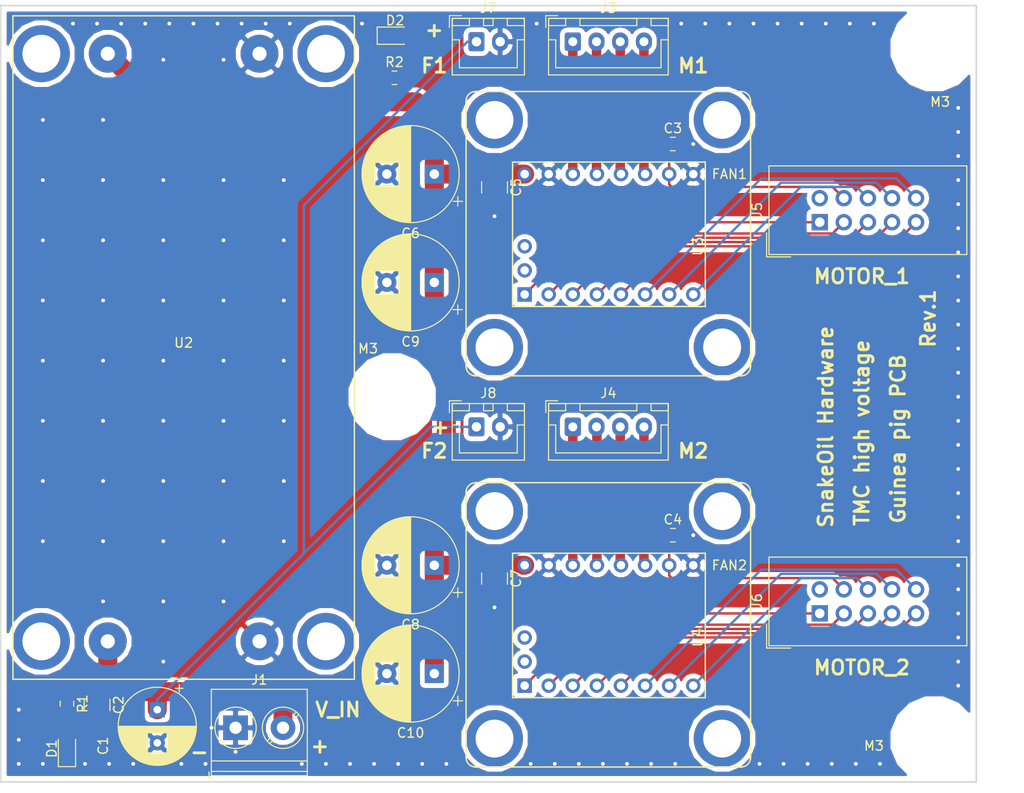
<source format=kicad_pcb>
(kicad_pcb (version 20171130) (host pcbnew 5.0.2+dfsg1-1)
  (layers (0 F.Cu signal) (31 B.Cu signal) (34 B.Paste user) (35 F.Paste user) (36 B.SilkS user) (37 F.SilkS user) (38 B.Mask user) (39 F.Mask user) (44 Edge.Cuts user))
  (net 0 "")
  (net 1 "Net-(D1-Pad2)")
  (net 2 GND)
  (net 3 +48V)
  (net 4 "Net-(J5-Pad1)")
  (net 5 "Net-(J5-Pad3)")
  (net 6 "Net-(J5-Pad5)")
  (net 7 "Net-(J5-Pad6)")
  (net 8 "Net-(J5-Pad7)")
  (net 9 "Net-(J5-Pad8)")
  (net 10 "Net-(J5-Pad9)")
  (net 11 "Net-(J5-Pad10)")
  (net 12 "Net-(J6-Pad10)")
  (net 13 "Net-(J6-Pad9)")
  (net 14 "Net-(J6-Pad8)")
  (net 15 "Net-(J6-Pad7)")
  (net 16 "Net-(J6-Pad6)")
  (net 17 "Net-(J6-Pad5)")
  (net 18 "Net-(J6-Pad3)")
  (net 19 "Net-(J6-Pad1)")
  (net 20 +24V)
  (net 21 "Net-(D2-Pad2)")
  (net 22 "Net-(J3-Pad1)")
  (net 23 "Net-(J3-Pad2)")
  (net 24 "Net-(J3-Pad3)")
  (net 25 "Net-(J3-Pad4)")
  (net 26 "Net-(J4-Pad4)")
  (net 27 "Net-(J4-Pad3)")
  (net 28 "Net-(J4-Pad2)")
  (net 29 "Net-(J4-Pad1)")
  (net 30 "Net-(C3-Pad1)")
  (net 31 "Net-(C4-Pad1)")
  (module LED_SMD:LED_0805_2012Metric_Castellated (layer F.Cu) (at 161.29 98.0975 90)
    (fp_text reference D1 (at 0 -1.6 90) (layer F.SilkS))
    (fp_text value LED)
    (pad 2 smd roundrect (at 0.9625 0 90) (size 1.325 1.3) (layers F.Cu F.Paste F.Mask) (roundrect_rratio 0.192308) (net 1 "Net-(D1-Pad2)"))
    (pad 1 smd roundrect (at -0.9625 0 90) (size 1.325 1.3) (layers F.Cu F.Paste F.Mask) (roundrect_rratio 0.192308) (net 2 GND))
  )
  (module Connector_IDC:IDC-Header_2x05_P2.54mm_Vertical (layer F.Cu) (at 240.665 42.545 90)
    (fp_text reference J5 (at 1.27 -6.604 90) (layer F.SilkS))
    (fp_text value M1_IN)
    (pad 1 thru_hole rect (at 0 0 90) (size 1.7272 1.7272) (drill 1.016) (layers *.Cu *.Mask) (net 4 "Net-(J5-Pad1)"))
    (pad 2 thru_hole oval (at 2.54 0 90) (size 1.7272 1.7272) (drill 1.016) (layers *.Cu *.Mask))
    (pad 3 thru_hole oval (at 0 2.54 90) (size 1.7272 1.7272) (drill 1.016) (layers *.Cu *.Mask) (net 5 "Net-(J5-Pad3)"))
    (pad 4 thru_hole oval (at 2.54 2.54 90) (size 1.7272 1.7272) (drill 1.016) (layers *.Cu *.Mask) (net 30 "Net-(C3-Pad1)"))
    (pad 5 thru_hole oval (at 0 5.08 90) (size 1.7272 1.7272) (drill 1.016) (layers *.Cu *.Mask) (net 6 "Net-(J5-Pad5)"))
    (pad 6 thru_hole oval (at 2.54 5.08 90) (size 1.7272 1.7272) (drill 1.016) (layers *.Cu *.Mask) (net 7 "Net-(J5-Pad6)"))
    (pad 7 thru_hole oval (at 0 7.62 90) (size 1.7272 1.7272) (drill 1.016) (layers *.Cu *.Mask) (net 8 "Net-(J5-Pad7)"))
    (pad 8 thru_hole oval (at 2.54 7.62 90) (size 1.7272 1.7272) (drill 1.016) (layers *.Cu *.Mask) (net 9 "Net-(J5-Pad8)"))
    (pad 9 thru_hole oval (at 0 10.16 90) (size 1.7272 1.7272) (drill 1.016) (layers *.Cu *.Mask) (net 10 "Net-(J5-Pad9)"))
    (pad 10 thru_hole oval (at 2.54 10.16 90) (size 1.7272 1.7272) (drill 1.016) (layers *.Cu *.Mask) (net 11 "Net-(J5-Pad10)"))
  )
  (module Connector_IDC:IDC-Header_2x05_P2.54mm_Vertical (layer F.Cu) (at 240.665 83.82 90)
    (fp_text reference J6 (at 1.27 -6.604 90) (layer F.SilkS))
    (fp_text value M2_IN)
    (pad 10 thru_hole oval (at 2.54 10.16 90) (size 1.7272 1.7272) (drill 1.016) (layers *.Cu *.Mask) (net 12 "Net-(J6-Pad10)"))
    (pad 9 thru_hole oval (at 0 10.16 90) (size 1.7272 1.7272) (drill 1.016) (layers *.Cu *.Mask) (net 13 "Net-(J6-Pad9)"))
    (pad 8 thru_hole oval (at 2.54 7.62 90) (size 1.7272 1.7272) (drill 1.016) (layers *.Cu *.Mask) (net 14 "Net-(J6-Pad8)"))
    (pad 7 thru_hole oval (at 0 7.62 90) (size 1.7272 1.7272) (drill 1.016) (layers *.Cu *.Mask) (net 15 "Net-(J6-Pad7)"))
    (pad 6 thru_hole oval (at 2.54 5.08 90) (size 1.7272 1.7272) (drill 1.016) (layers *.Cu *.Mask) (net 16 "Net-(J6-Pad6)"))
    (pad 5 thru_hole oval (at 0 5.08 90) (size 1.7272 1.7272) (drill 1.016) (layers *.Cu *.Mask) (net 17 "Net-(J6-Pad5)"))
    (pad 4 thru_hole oval (at 2.54 2.54 90) (size 1.7272 1.7272) (drill 1.016) (layers *.Cu *.Mask) (net 31 "Net-(C4-Pad1)"))
    (pad 3 thru_hole oval (at 0 2.54 90) (size 1.7272 1.7272) (drill 1.016) (layers *.Cu *.Mask) (net 18 "Net-(J6-Pad3)"))
    (pad 2 thru_hole oval (at 2.54 0 90) (size 1.7272 1.7272) (drill 1.016) (layers *.Cu *.Mask))
    (pad 1 thru_hole rect (at 0 0 90) (size 1.7272 1.7272) (drill 1.016) (layers *.Cu *.Mask) (net 19 "Net-(J6-Pad1)"))
  )
  (module Resistor_SMD:R_0805_2012Metric_Pad1.15x1.40mm_HandSolder (layer F.Cu) (at 161.29 93.345 270)
    (fp_text reference R1 (at 0 -1.65 270) (layer F.SilkS))
    (fp_text value 6.8K)
    (pad 2 smd roundrect (at 1.025 0 270) (size 1.15 1.4) (layers F.Cu F.Paste F.Mask) (roundrect_rratio 0.217391) (net 1 "Net-(D1-Pad2)"))
    (pad 1 smd roundrect (at -1.025 0 270) (size 1.15 1.4) (layers F.Cu F.Paste F.Mask) (roundrect_rratio 0.217391) (net 20 +24V))
  )
  (module custom-footprints:boost-converter-9-48V (layer F.Cu) (at 173.595 55.765 180)
    (fp_text reference U2 (at 0 0.5 180) (layer F.SilkS))
    (fp_text value Boost-converter-9-48V)
    (pad "" thru_hole circle (at -15 -31 180) (size 6 6) (drill 4) (layers *.Cu *.Mask))
    (pad "" thru_hole circle (at 15 -31 180) (size 6 6) (drill 4) (layers *.Cu *.Mask))
    (pad "" thru_hole circle (at -15 31 180) (size 6 6) (drill 4) (layers *.Cu *.Mask))
    (pad "" thru_hole circle (at 15 31 180) (size 6 6) (drill 4) (layers *.Cu *.Mask))
    (pad 1 thru_hole circle (at -8 -31 180) (size 4 4) (drill 1.5) (layers *.Cu *.Mask) (net 2 GND))
    (pad 2 thru_hole circle (at 8 -31 180) (size 4 4) (drill 1.5) (layers *.Cu *.Mask) (net 20 +24V))
    (pad 3 thru_hole circle (at -8 31 180) (size 4 4) (drill 1.5) (layers *.Cu *.Mask) (net 2 GND))
    (pad 4 thru_hole circle (at 8 31 180) (size 4 4) (drill 1.5) (layers *.Cu *.Mask) (net 3 +48V))
  )
  (module custom-footprints:TMC-step-stick (layer F.Cu) (at 227.33 45.085 90)
    (fp_text reference U3 (at 0 0.5 90) (layer F.SilkS))
    (fp_text value TMC-step-stick)
    (pad 18 thru_hole circle (at 0 -17.78 90) (size 1.524 1.524) (drill 0.9) (layers *.Cu *.Mask))
    (pad 17 thru_hole circle (at -2.54 -17.78 90) (size 1.524 1.524) (drill 0.9) (layers *.Cu *.Mask))
    (pad 16 thru_hole circle (at 7.62 -17.78 90) (size 1.524 1.524) (drill 0.9) (layers *.Cu *.Mask) (net 3 +48V))
    (pad 15 thru_hole circle (at 7.62 -15.24 90) (size 1.524 1.524) (drill 0.9) (layers *.Cu *.Mask) (net 2 GND))
    (pad 14 thru_hole circle (at 7.62 -12.7 90) (size 1.524 1.524) (drill 0.9) (layers *.Cu *.Mask) (net 22 "Net-(J3-Pad1)"))
    (pad 13 thru_hole circle (at 7.62 -10.16 90) (size 1.524 1.524) (drill 0.9) (layers *.Cu *.Mask) (net 23 "Net-(J3-Pad2)"))
    (pad 12 thru_hole circle (at 7.62 -7.62 90) (size 1.524 1.524) (drill 0.9) (layers *.Cu *.Mask) (net 24 "Net-(J3-Pad3)"))
    (pad 11 thru_hole circle (at 7.62 -5.08 90) (size 1.524 1.524) (drill 0.9) (layers *.Cu *.Mask) (net 25 "Net-(J3-Pad4)"))
    (pad 10 thru_hole circle (at 7.62 -2.54 90) (size 1.524 1.524) (drill 0.9) (layers *.Cu *.Mask) (net 30 "Net-(C3-Pad1)"))
    (pad 9 thru_hole circle (at 7.62 0 90) (size 1.524 1.524) (drill 0.9) (layers *.Cu *.Mask) (net 2 GND))
    (pad 8 thru_hole circle (at -5.08 0 90) (size 1.524 1.524) (drill 0.9) (layers *.Cu *.Mask) (net 7 "Net-(J5-Pad6)"))
    (pad 7 thru_hole circle (at -5.08 -2.54 90) (size 1.524 1.524) (drill 0.9) (layers *.Cu *.Mask) (net 9 "Net-(J5-Pad8)"))
    (pad 6 thru_hole circle (at -5.08 -5.08 90) (size 1.524 1.524) (drill 0.9) (layers *.Cu *.Mask) (net 11 "Net-(J5-Pad10)"))
    (pad 5 thru_hole circle (at -5.08 -7.62 90) (size 1.524 1.524) (drill 0.9) (layers *.Cu *.Mask) (net 10 "Net-(J5-Pad9)"))
    (pad 4 thru_hole circle (at -5.08 -10.16 90) (size 1.524 1.524) (drill 0.9) (layers *.Cu *.Mask) (net 8 "Net-(J5-Pad7)"))
    (pad 3 thru_hole circle (at -5.08 -12.7 90) (size 1.524 1.524) (drill 0.9) (layers *.Cu *.Mask) (net 6 "Net-(J5-Pad5)"))
    (pad 2 thru_hole circle (at -5.08 -15.24 90) (size 1.524 1.524) (drill 0.9) (layers *.Cu *.Mask) (net 5 "Net-(J5-Pad3)"))
    (pad 1 thru_hole rect (at -5.08 -17.78 90) (size 1.524 1.524) (drill 0.9) (layers *.Cu *.Mask) (net 4 "Net-(J5-Pad1)"))
  )
  (module custom-footprints:TMC-step-stick (layer F.Cu) (at 227.33 86.36 90)
    (fp_text reference U4 (at 0 0.5 90) (layer F.SilkS))
    (fp_text value TMC-step-stick)
    (pad 1 thru_hole rect (at -5.08 -17.78 90) (size 1.524 1.524) (drill 0.9) (layers *.Cu *.Mask) (net 19 "Net-(J6-Pad1)"))
    (pad 2 thru_hole circle (at -5.08 -15.24 90) (size 1.524 1.524) (drill 0.9) (layers *.Cu *.Mask) (net 18 "Net-(J6-Pad3)"))
    (pad 3 thru_hole circle (at -5.08 -12.7 90) (size 1.524 1.524) (drill 0.9) (layers *.Cu *.Mask) (net 17 "Net-(J6-Pad5)"))
    (pad 4 thru_hole circle (at -5.08 -10.16 90) (size 1.524 1.524) (drill 0.9) (layers *.Cu *.Mask) (net 15 "Net-(J6-Pad7)"))
    (pad 5 thru_hole circle (at -5.08 -7.62 90) (size 1.524 1.524) (drill 0.9) (layers *.Cu *.Mask) (net 13 "Net-(J6-Pad9)"))
    (pad 6 thru_hole circle (at -5.08 -5.08 90) (size 1.524 1.524) (drill 0.9) (layers *.Cu *.Mask) (net 12 "Net-(J6-Pad10)"))
    (pad 7 thru_hole circle (at -5.08 -2.54 90) (size 1.524 1.524) (drill 0.9) (layers *.Cu *.Mask) (net 14 "Net-(J6-Pad8)"))
    (pad 8 thru_hole circle (at -5.08 0 90) (size 1.524 1.524) (drill 0.9) (layers *.Cu *.Mask) (net 16 "Net-(J6-Pad6)"))
    (pad 9 thru_hole circle (at 7.62 0 90) (size 1.524 1.524) (drill 0.9) (layers *.Cu *.Mask) (net 2 GND))
    (pad 10 thru_hole circle (at 7.62 -2.54 90) (size 1.524 1.524) (drill 0.9) (layers *.Cu *.Mask) (net 31 "Net-(C4-Pad1)"))
    (pad 11 thru_hole circle (at 7.62 -5.08 90) (size 1.524 1.524) (drill 0.9) (layers *.Cu *.Mask) (net 26 "Net-(J4-Pad4)"))
    (pad 12 thru_hole circle (at 7.62 -7.62 90) (size 1.524 1.524) (drill 0.9) (layers *.Cu *.Mask) (net 27 "Net-(J4-Pad3)"))
    (pad 13 thru_hole circle (at 7.62 -10.16 90) (size 1.524 1.524) (drill 0.9) (layers *.Cu *.Mask) (net 28 "Net-(J4-Pad2)"))
    (pad 14 thru_hole circle (at 7.62 -12.7 90) (size 1.524 1.524) (drill 0.9) (layers *.Cu *.Mask) (net 29 "Net-(J4-Pad1)"))
    (pad 15 thru_hole circle (at 7.62 -15.24 90) (size 1.524 1.524) (drill 0.9) (layers *.Cu *.Mask) (net 2 GND))
    (pad 16 thru_hole circle (at 7.62 -17.78 90) (size 1.524 1.524) (drill 0.9) (layers *.Cu *.Mask) (net 3 +48V))
    (pad 17 thru_hole circle (at -2.54 -17.78 90) (size 1.524 1.524) (drill 0.9) (layers *.Cu *.Mask))
    (pad 18 thru_hole circle (at 0 -17.78 90) (size 1.524 1.524) (drill 0.9) (layers *.Cu *.Mask))
  )
  (module Capacitor_SMD:C_1210_3225Metric (layer F.Cu) (at 164.465 93.475 270)
    (fp_text reference C2 (at 0 -2.28 270) (layer F.SilkS))
    (fp_text value 100nF)
    (pad 1 smd roundrect (at -1.4 0 270) (size 1.25 2.65) (layers F.Cu F.Paste F.Mask) (roundrect_rratio 0.2) (net 20 +24V))
    (pad 2 smd roundrect (at 1.4 0 270) (size 1.25 2.65) (layers F.Cu F.Paste F.Mask) (roundrect_rratio 0.2) (net 2 GND))
  )
  (module Capacitor_SMD:C_0805_2012Metric_Pad1.15x1.40mm_HandSolder (layer F.Cu) (at 225.18 75.565)
    (fp_text reference C4 (at 0 -1.65) (layer F.SilkS))
    (fp_text value 100nF)
    (pad 1 smd roundrect (at -1.025 0) (size 1.15 1.4) (layers F.Cu F.Paste F.Mask) (roundrect_rratio 0.217391) (net 31 "Net-(C4-Pad1)"))
    (pad 2 smd roundrect (at 1.025 0) (size 1.15 1.4) (layers F.Cu F.Paste F.Mask) (roundrect_rratio 0.217391) (net 2 GND))
  )
  (module Connector_JST:JST_XH_B04B-XH-A_1x04_P2.50mm_Vertical (layer F.Cu) (at 214.63 23.495)
    (fp_text reference J3 (at 3.75 -3.55) (layer F.SilkS))
    (fp_text value M1)
    (pad 4 thru_hole oval (at 7.5 0) (size 1.7 1.95) (drill 0.95) (layers *.Cu *.Mask) (net 25 "Net-(J3-Pad4)"))
    (pad 3 thru_hole oval (at 5 0) (size 1.7 1.95) (drill 0.95) (layers *.Cu *.Mask) (net 24 "Net-(J3-Pad3)"))
    (pad 2 thru_hole oval (at 2.5 0) (size 1.7 1.95) (drill 0.95) (layers *.Cu *.Mask) (net 23 "Net-(J3-Pad2)"))
    (pad 1 thru_hole roundrect (at 0 0) (size 1.7 1.95) (drill 0.95) (layers *.Cu *.Mask) (roundrect_rratio 0.147059) (net 22 "Net-(J3-Pad1)"))
  )
  (module Connector_JST:JST_XH_B04B-XH-A_1x04_P2.50mm_Vertical (layer F.Cu) (at 214.63 64.135)
    (fp_text reference J4 (at 3.75 -3.55) (layer F.SilkS))
    (fp_text value M2)
    (pad 1 thru_hole roundrect (at 0 0) (size 1.7 1.95) (drill 0.95) (layers *.Cu *.Mask) (roundrect_rratio 0.147059) (net 29 "Net-(J4-Pad1)"))
    (pad 2 thru_hole oval (at 2.5 0) (size 1.7 1.95) (drill 0.95) (layers *.Cu *.Mask) (net 28 "Net-(J4-Pad2)"))
    (pad 3 thru_hole oval (at 5 0) (size 1.7 1.95) (drill 0.95) (layers *.Cu *.Mask) (net 27 "Net-(J4-Pad3)"))
    (pad 4 thru_hole oval (at 7.5 0) (size 1.7 1.95) (drill 0.95) (layers *.Cu *.Mask) (net 26 "Net-(J4-Pad4)"))
  )
  (module Connector_JST:JST_XH_B02B-XH-A_1x02_P2.50mm_Vertical (layer F.Cu) (at 204.47 23.495)
    (fp_text reference J7 (at 1.25 -3.55) (layer F.SilkS))
    (fp_text value FAN_1)
    (pad 1 thru_hole roundrect (at 0 0) (size 1.7 2) (drill 1) (layers *.Cu *.Mask) (roundrect_rratio 0.147059) (net 20 +24V))
    (pad 2 thru_hole oval (at 2.5 0) (size 1.7 2) (drill 1) (layers *.Cu *.Mask) (net 2 GND))
  )
  (module Connector_JST:JST_XH_B02B-XH-A_1x02_P2.50mm_Vertical (layer F.Cu) (at 204.47 64.135)
    (fp_text reference J8 (at 1.25 -3.55) (layer F.SilkS))
    (fp_text value FAN_2)
    (pad 2 thru_hole oval (at 2.5 0) (size 1.7 2) (drill 1) (layers *.Cu *.Mask) (net 2 GND))
    (pad 1 thru_hole roundrect (at 0 0) (size 1.7 2) (drill 1) (layers *.Cu *.Mask) (roundrect_rratio 0.147059) (net 20 +24V))
  )
  (module Capacitor_SMD:C_0805_2012Metric_Pad1.15x1.40mm_HandSolder (layer F.Cu) (at 225.18 34.29)
    (fp_text reference C3 (at 0 -1.65) (layer F.SilkS))
    (fp_text value 100nF)
    (pad 1 smd roundrect (at -1.025 0) (size 1.15 1.4) (layers F.Cu F.Paste F.Mask) (roundrect_rratio 0.217391) (net 30 "Net-(C3-Pad1)"))
    (pad 2 smd roundrect (at 1.025 0) (size 1.15 1.4) (layers F.Cu F.Paste F.Mask) (roundrect_rratio 0.217391) (net 2 GND))
  )
  (module Capacitor_SMD:C_1210_3225Metric (layer F.Cu) (at 206.375 38.865 270)
    (fp_text reference C5 (at 0 -2.28 270) (layer F.SilkS))
    (fp_text value 100nF)
    (pad 2 smd roundrect (at 1.4 0 270) (size 1.25 2.65) (layers F.Cu F.Paste F.Mask) (roundrect_rratio 0.2) (net 2 GND))
    (pad 1 smd roundrect (at -1.4 0 270) (size 1.25 2.65) (layers F.Cu F.Paste F.Mask) (roundrect_rratio 0.2) (net 3 +48V))
  )
  (module Capacitor_THT:CP_Radial_D10.0mm_P5.00mm (layer F.Cu) (at 200.025 37.465 180)
    (fp_text reference C6 (at 2.5 -6.25 180) (layer F.SilkS))
    (fp_text value 100uF)
    (pad 1 thru_hole rect (at 0 0 180) (size 2 2) (drill 1) (layers *.Cu *.Mask) (net 3 +48V))
    (pad 2 thru_hole circle (at 5 0 180) (size 2 2) (drill 1) (layers *.Cu *.Mask) (net 2 GND))
  )
  (module Capacitor_SMD:C_1210_3225Metric (layer F.Cu) (at 206.375 80.14 270)
    (fp_text reference C7 (at 0 -2.28 270) (layer F.SilkS))
    (fp_text value 100nF)
    (pad 1 smd roundrect (at -1.4 0 270) (size 1.25 2.65) (layers F.Cu F.Paste F.Mask) (roundrect_rratio 0.2) (net 3 +48V))
    (pad 2 smd roundrect (at 1.4 0 270) (size 1.25 2.65) (layers F.Cu F.Paste F.Mask) (roundrect_rratio 0.2) (net 2 GND))
  )
  (module Capacitor_THT:CP_Radial_D10.0mm_P5.00mm (layer F.Cu) (at 200.025 78.74 180)
    (fp_text reference C8 (at 2.5 -6.25 180) (layer F.SilkS))
    (fp_text value 100uF)
    (pad 2 thru_hole circle (at 5 0 180) (size 2 2) (drill 1) (layers *.Cu *.Mask) (net 2 GND))
    (pad 1 thru_hole rect (at 0 0 180) (size 2 2) (drill 1) (layers *.Cu *.Mask) (net 3 +48V))
  )
  (module LED_SMD:LED_0805_2012Metric_Castellated (layer F.Cu) (at 195.8875 22.86)
    (fp_text reference D2 (at 0 -1.6) (layer F.SilkS))
    (fp_text value LED)
    (pad 1 smd roundrect (at -0.9625 0) (size 1.325 1.3) (layers F.Cu F.Paste F.Mask) (roundrect_rratio 0.192308) (net 2 GND))
    (pad 2 smd roundrect (at 0.9625 0) (size 1.325 1.3) (layers F.Cu F.Paste F.Mask) (roundrect_rratio 0.192308) (net 21 "Net-(D2-Pad2)"))
  )
  (module Resistor_SMD:R_0805_2012Metric_Pad1.15x1.40mm_HandSolder (layer F.Cu) (at 195.825 27.305)
    (fp_text reference R2 (at 0 -1.65) (layer F.SilkS))
    (fp_text value 10K)
    (pad 1 smd roundrect (at -1.025 0) (size 1.15 1.4) (layers F.Cu F.Paste F.Mask) (roundrect_rratio 0.217391) (net 3 +48V))
    (pad 2 smd roundrect (at 1.025 0) (size 1.15 1.4) (layers F.Cu F.Paste F.Mask) (roundrect_rratio 0.217391) (net 21 "Net-(D2-Pad2)"))
  )
  (module custom-footprints:3010-fan (layer F.Cu) (at 218.375 43.75)
    (fp_text reference FAN1 (at 12.765 -6.285) (layer F.SilkS))
    (fp_text value 3010-fan)
    (pad "" thru_hole circle (at 12 12) (size 6 6) (drill 4) (layers *.Cu *.Mask))
    (pad "" thru_hole circle (at -12 12) (size 6 6) (drill 4) (layers *.Cu *.Mask))
    (pad "" thru_hole circle (at 12 -12) (size 6 6) (drill 4) (layers *.Cu *.Mask))
    (pad "" thru_hole circle (at -12 -12) (size 6 6) (drill 4) (layers *.Cu *.Mask))
  )
  (module custom-footprints:3010-fan (layer F.Cu) (at 218.375 85.025)
    (fp_text reference FAN2 (at 12.765 -6.285) (layer F.SilkS))
    (fp_text value 3010-fan)
    (pad "" thru_hole circle (at 12 12) (size 6 6) (drill 4) (layers *.Cu *.Mask))
    (pad "" thru_hole circle (at -12 12) (size 6 6) (drill 4) (layers *.Cu *.Mask))
    (pad "" thru_hole circle (at 12 -12) (size 6 6) (drill 4) (layers *.Cu *.Mask))
    (pad "" thru_hole circle (at -12 -12) (size 6 6) (drill 4) (layers *.Cu *.Mask))
  )
  (module Capacitor_THT:CP_Radial_D8.0mm_P3.50mm (layer F.Cu) (at 170.815 93.98 270)
    (fp_text reference C1 (at 3.81 5.715 270) (layer F.SilkS))
    (fp_text value 220uF)
    (pad 1 thru_hole rect (at 0 0 270) (size 1.6 1.6) (drill 0.8) (layers *.Cu *.Mask) (net 20 +24V))
    (pad 2 thru_hole circle (at 3.5 0 270) (size 1.6 1.6) (drill 0.8) (layers *.Cu *.Mask) (net 2 GND))
  )
  (module Capacitor_THT:CP_Radial_D10.0mm_P5.00mm (layer F.Cu) (at 200.025 48.895 180)
    (fp_text reference C9 (at 2.5 -6.25 180) (layer F.SilkS))
    (fp_text value 100uF)
    (pad 1 thru_hole rect (at 0 0 180) (size 2 2) (drill 1) (layers *.Cu *.Mask) (net 3 +48V))
    (pad 2 thru_hole circle (at 5 0 180) (size 2 2) (drill 1) (layers *.Cu *.Mask) (net 2 GND))
  )
  (module Capacitor_THT:CP_Radial_D10.0mm_P5.00mm (layer F.Cu) (at 200.025 90.17 180)
    (fp_text reference C10 (at 2.5 -6.25 180) (layer F.SilkS))
    (fp_text value 100uF)
    (pad 2 thru_hole circle (at 5 0 180) (size 2 2) (drill 1) (layers *.Cu *.Mask) (net 2 GND))
    (pad 1 thru_hole rect (at 0 0 180) (size 2 2) (drill 1) (layers *.Cu *.Mask) (net 3 +48V))
  )
  (module MountingHole:MountingHole_3.2mm_M3 (layer F.Cu) (at 252.73 97.155)
    (fp_text reference M3 (at -6.35 0.635) (layer F.SilkS))
    (fp_text value MountingHole_3.2mm_M3)
    (pad 1 np_thru_hole circle (at 0 0) (size 3.2 3.2) (drill 3.2) (layers *.Cu *.Mask))
  )
  (module MountingHole:MountingHole_3.2mm_M3 (layer F.Cu) (at 252.73 24.13)
    (fp_text reference M3 (at 0.635 5.715) (layer F.SilkS))
    (fp_text value MountingHole_3.2mm_M3)
    (pad 1 np_thru_hole circle (at 0 0) (size 3.2 3.2) (drill 3.2) (layers *.Cu *.Mask))
  )
  (module MountingHole:MountingHole_3.2mm_M3 (layer F.Cu) (at 195.58 60.96)
    (fp_text reference M3 (at -2.54 -5.08) (layer F.SilkS))
    (fp_text value MountingHole_3.2mm_M3)
    (pad 1 np_thru_hole circle (at 0 0) (size 3.2 3.2) (drill 3.2) (layers *.Cu *.Mask))
  )
  (module TerminalBlock_Phoenix:TerminalBlock_Phoenix_PT-1,5-2-5.0-H_1x02_P5.00mm_Horizontal (layer F.Cu) (at 179.07 95.885)
    (fp_text reference J1 (at 2.5 -5.06) (layer F.SilkS))
    (fp_text value Conn_01x02_Female)
    (pad 1 thru_hole rect (at 0 0) (size 2.6 2.6) (drill 1.3) (layers *.Cu *.Mask) (net 2 GND))
    (pad 2 thru_hole circle (at 5 0) (size 2.6 2.6) (drill 1.3) (layers *.Cu *.Mask) (net 20 +24V))
  )
  (gr_text Rev.1 (at 252.095 52.705 90) (layer F.SilkS) (effects (font (size 1.5 1.5) (thickness 0.3))))
  (gr_text "Guinea pig PCB" (at 248.92 65.405 90) (layer F.SilkS) (effects (font (size 1.5 1.5) (thickness 0.3))))
  (gr_text "SnakeOil Hardware" (at 241.3 64.135 90) (layer F.SilkS) (effects (font (size 1.5 1.5) (thickness 0.3))))
  (gr_text "TMC high voltage" (at 245.11 64.77 90) (layer F.SilkS) (effects (font (size 1.5 1.5) (thickness 0.3))))
  (gr_text M2 (at 227.33 66.675) (layer F.SilkS) (effects (font (size 1.5 1.5) (thickness 0.3))))
  (gr_text M1 (at 227.33 26.035) (layer F.SilkS) (effects (font (size 1.5 1.5) (thickness 0.3))))
  (gr_text F2 (at 200.025 66.675) (layer F.SilkS) (effects (font (size 1.5 1.5) (thickness 0.3))))
  (gr_text F1 (at 200.025 26.035) (layer F.SilkS) (effects (font (size 1.5 1.5) (thickness 0.3))))
  (gr_text + (at 200.66 64.135) (layer F.SilkS) (effects (font (size 1.5 1.5) (thickness 0.3))))
  (gr_text + (at 200.025 22.225) (layer F.SilkS) (effects (font (size 1.5 1.5) (thickness 0.3))))
  (gr_text MOTOR_2 (at 245.11 89.535) (layer F.SilkS) (effects (font (size 1.5 1.5) (thickness 0.3))))
  (gr_text MOTOR_1 (at 245.11 48.26) (layer F.SilkS) (effects (font (size 1.5 1.5) (thickness 0.3))))
  (gr_text - (at 175.26 98.425) (layer F.SilkS) (effects (font (size 1.5 1.5) (thickness 0.3))))
  (gr_text + (at 187.96 97.79) (layer F.SilkS) (effects (font (size 1.5 1.5) (thickness 0.3))))
  (gr_text V_IN (at 189.865 93.98) (layer F.SilkS) (effects (font (size 1.5 1.5) (thickness 0.3))))
  (gr_line (start 154.305 101.6) (end 154.305 19.685) (layer Edge.Cuts) (width 0.15))
  (gr_line (start 257.175 101.6) (end 154.305 101.6) (layer Edge.Cuts) (width 0.15))
  (gr_line (start 257.175 19.685) (end 257.175 101.6) (layer Edge.Cuts) (width 0.15))
  (gr_line (start 154.305 19.685) (end 257.175 19.685) (layer Edge.Cuts) (width 0.15))
  (segment (start 161.29 94.37) (end 161.29 97.135) (width 0.25) (layer F.Cu) (net 1))
  (via (at 158.75 31.75) (size 0.8) (drill 0.4) (layers F.Cu B.Cu) (net 2))
  (via (at 158.75 38.1) (size 0.8) (drill 0.4) (layers F.Cu B.Cu) (net 2))
  (via (at 158.75 44.45) (size 0.8) (drill 0.4) (layers F.Cu B.Cu) (net 2))
  (via (at 158.75 50.8) (size 0.8) (drill 0.4) (layers F.Cu B.Cu) (net 2))
  (via (at 158.75 57.15) (size 0.8) (drill 0.4) (layers F.Cu B.Cu) (net 2))
  (via (at 158.75 63.5) (size 0.8) (drill 0.4) (layers F.Cu B.Cu) (net 2))
  (via (at 158.75 69.85) (size 0.8) (drill 0.4) (layers F.Cu B.Cu) (net 2))
  (via (at 158.75 76.2) (size 0.8) (drill 0.4) (layers F.Cu B.Cu) (net 2))
  (via (at 165.1 76.2) (size 0.8) (drill 0.4) (layers F.Cu B.Cu) (net 2))
  (via (at 165.1 69.85) (size 0.8) (drill 0.4) (layers F.Cu B.Cu) (net 2))
  (via (at 165.1 63.5) (size 0.8) (drill 0.4) (layers F.Cu B.Cu) (net 2))
  (via (at 165.1 57.15) (size 0.8) (drill 0.4) (layers F.Cu B.Cu) (net 2))
  (via (at 165.1 50.8) (size 0.8) (drill 0.4) (layers F.Cu B.Cu) (net 2))
  (via (at 165.1 44.45) (size 0.8) (drill 0.4) (layers F.Cu B.Cu) (net 2))
  (via (at 165.1 38.1) (size 0.8) (drill 0.4) (layers F.Cu B.Cu) (net 2))
  (via (at 165.1 31.75) (size 0.8) (drill 0.4) (layers F.Cu B.Cu) (net 2))
  (via (at 206.375 41.91) (size 0.8) (drill 0.4) (layers F.Cu B.Cu) (net 2))
  (via (at 206.375 83.185) (size 0.8) (drill 0.4) (layers F.Cu B.Cu) (net 2))
  (via (at 158.75 99.695) (size 0.8) (drill 0.4) (layers F.Cu B.Cu) (net 2))
  (via (at 171.45 38.1) (size 0.8) (drill 0.4) (layers F.Cu B.Cu) (net 2))
  (via (at 177.8 38.1) (size 0.8) (drill 0.4) (layers F.Cu B.Cu) (net 2))
  (via (at 184.15 38.1) (size 0.8) (drill 0.4) (layers F.Cu B.Cu) (net 2))
  (via (at 184.15 44.45) (size 0.8) (drill 0.4) (layers F.Cu B.Cu) (net 2))
  (via (at 177.8 44.45) (size 0.8) (drill 0.4) (layers F.Cu B.Cu) (net 2))
  (via (at 171.45 44.45) (size 0.8) (drill 0.4) (layers F.Cu B.Cu) (net 2))
  (via (at 171.45 50.8) (size 0.8) (drill 0.4) (layers F.Cu B.Cu) (net 2))
  (via (at 177.8 50.8) (size 0.8) (drill 0.4) (layers F.Cu B.Cu) (net 2))
  (via (at 184.15 50.8) (size 0.8) (drill 0.4) (layers F.Cu B.Cu) (net 2))
  (via (at 184.15 57.15) (size 0.8) (drill 0.4) (layers F.Cu B.Cu) (net 2))
  (via (at 177.8 57.15) (size 0.8) (drill 0.4) (layers F.Cu B.Cu) (net 2))
  (via (at 171.45 57.15) (size 0.8) (drill 0.4) (layers F.Cu B.Cu) (net 2))
  (via (at 171.45 63.5) (size 0.8) (drill 0.4) (layers F.Cu B.Cu) (net 2))
  (via (at 171.45 69.85) (size 0.8) (drill 0.4) (layers F.Cu B.Cu) (net 2))
  (via (at 171.45 76.2) (size 0.8) (drill 0.4) (layers F.Cu B.Cu) (net 2))
  (via (at 165.1 82.55) (size 0.8) (drill 0.4) (layers F.Cu B.Cu) (net 2))
  (via (at 171.45 82.55) (size 0.8) (drill 0.4) (layers F.Cu B.Cu) (net 2))
  (via (at 171.45 88.9) (size 0.8) (drill 0.4) (layers F.Cu B.Cu) (net 2))
  (via (at 177.8 63.5) (size 0.8) (drill 0.4) (layers F.Cu B.Cu) (net 2))
  (via (at 184.15 63.5) (size 0.8) (drill 0.4) (layers F.Cu B.Cu) (net 2))
  (via (at 184.15 69.85) (size 0.8) (drill 0.4) (layers F.Cu B.Cu) (net 2))
  (via (at 177.8 69.85) (size 0.8) (drill 0.4) (layers F.Cu B.Cu) (net 2))
  (via (at 177.8 76.2) (size 0.8) (drill 0.4) (layers F.Cu B.Cu) (net 2))
  (via (at 177.8 82.55) (size 0.8) (drill 0.4) (layers F.Cu B.Cu) (net 2))
  (via (at 184.15 76.2) (size 0.8) (drill 0.4) (layers F.Cu B.Cu) (net 2))
  (via (at 171.45 25.4) (size 0.8) (drill 0.4) (layers F.Cu B.Cu) (net 2))
  (via (at 177.8 25.4) (size 0.8) (drill 0.4) (layers F.Cu B.Cu) (net 2))
  (via (at 227.33 34.29) (size 0.8) (drill 0.4) (layers F.Cu B.Cu) (net 2))
  (via (at 227.33 75.565) (size 0.8) (drill 0.4) (layers F.Cu B.Cu) (net 2))
  (via (at 255.27 30.48) (size 0.8) (drill 0.4) (layers F.Cu B.Cu) (net 2))
  (via (at 255.27 33.02) (size 0.8) (drill 0.4) (layers F.Cu B.Cu) (net 2))
  (via (at 255.27 91.44) (size 0.8) (drill 0.4) (layers F.Cu B.Cu) (net 2))
  (via (at 255.27 88.9) (size 0.8) (drill 0.4) (layers F.Cu B.Cu) (net 2))
  (via (at 255.27 76.2) (size 0.8) (drill 0.4) (layers F.Cu B.Cu) (net 2))
  (via (at 255.27 73.66) (size 0.8) (drill 0.4) (layers F.Cu B.Cu) (net 2))
  (via (at 255.27 71.12) (size 0.8) (drill 0.4) (layers F.Cu B.Cu) (net 2))
  (via (at 255.27 68.58) (size 0.8) (drill 0.4) (layers F.Cu B.Cu) (net 2))
  (via (at 255.27 66.04) (size 0.8) (drill 0.4) (layers F.Cu B.Cu) (net 2))
  (via (at 255.27 63.5) (size 0.8) (drill 0.4) (layers F.Cu B.Cu) (net 2))
  (via (at 255.27 60.96) (size 0.8) (drill 0.4) (layers F.Cu B.Cu) (net 2))
  (via (at 255.27 58.42) (size 0.8) (drill 0.4) (layers F.Cu B.Cu) (net 2))
  (via (at 255.27 55.88) (size 0.8) (drill 0.4) (layers F.Cu B.Cu) (net 2))
  (via (at 179.07 98.425) (size 0.8) (drill 0.4) (layers F.Cu B.Cu) (net 2))
  (via (at 176.53 95.885) (size 0.8) (drill 0.4) (layers F.Cu B.Cu) (net 2))
  (via (at 255.27 78.74) (size 0.8) (drill 0.4) (layers F.Cu B.Cu) (net 2))
  (via (at 255.27 81.28) (size 0.8) (drill 0.4) (layers F.Cu B.Cu) (net 2))
  (via (at 255.27 83.82) (size 0.8) (drill 0.4) (layers F.Cu B.Cu) (net 2))
  (via (at 255.27 86.36) (size 0.8) (drill 0.4) (layers F.Cu B.Cu) (net 2))
  (via (at 255.27 53.34) (size 0.8) (drill 0.4) (layers F.Cu B.Cu) (net 2))
  (via (at 255.27 50.8) (size 0.8) (drill 0.4) (layers F.Cu B.Cu) (net 2))
  (via (at 255.27 48.26) (size 0.8) (drill 0.4) (layers F.Cu B.Cu) (net 2))
  (via (at 255.27 45.72) (size 0.8) (drill 0.4) (layers F.Cu B.Cu) (net 2))
  (via (at 255.27 43.18) (size 0.8) (drill 0.4) (layers F.Cu B.Cu) (net 2))
  (via (at 255.27 40.64) (size 0.8) (drill 0.4) (layers F.Cu B.Cu) (net 2))
  (via (at 255.27 38.1) (size 0.8) (drill 0.4) (layers F.Cu B.Cu) (net 2))
  (via (at 255.27 35.56) (size 0.8) (drill 0.4) (layers F.Cu B.Cu) (net 2))
  (via (at 226.06 21.59) (size 0.8) (drill 0.4) (layers F.Cu B.Cu) (net 2))
  (via (at 228.6 21.59) (size 0.8) (drill 0.4) (layers F.Cu B.Cu) (net 2))
  (via (at 231.14 21.59) (size 0.8) (drill 0.4) (layers F.Cu B.Cu) (net 2))
  (via (at 233.68 21.59) (size 0.8) (drill 0.4) (layers F.Cu B.Cu) (net 2))
  (via (at 236.22 21.59) (size 0.8) (drill 0.4) (layers F.Cu B.Cu) (net 2))
  (via (at 238.76 21.59) (size 0.8) (drill 0.4) (layers F.Cu B.Cu) (net 2))
  (via (at 241.3 21.59) (size 0.8) (drill 0.4) (layers F.Cu B.Cu) (net 2))
  (via (at 243.84 21.59) (size 0.8) (drill 0.4) (layers F.Cu B.Cu) (net 2))
  (via (at 246.38 21.59) (size 0.8) (drill 0.4) (layers F.Cu B.Cu) (net 2))
  (via (at 156.21 99.695) (size 0.8) (drill 0.4) (layers F.Cu B.Cu) (net 2))
  (via (at 156.21 97.155) (size 0.8) (drill 0.4) (layers F.Cu B.Cu) (net 2))
  (via (at 156.21 93.98) (size 0.8) (drill 0.4) (layers F.Cu B.Cu) (net 2))
  (via (at 186.055 99.695) (size 0.8) (drill 0.4) (layers F.Cu B.Cu) (net 2))
  (via (at 188.595 99.695) (size 0.8) (drill 0.4) (layers F.Cu B.Cu) (net 2))
  (via (at 191.135 99.695) (size 0.8) (drill 0.4) (layers F.Cu B.Cu) (net 2))
  (via (at 193.675 99.695) (size 0.8) (drill 0.4) (layers F.Cu B.Cu) (net 2))
  (via (at 196.215 99.695) (size 0.8) (drill 0.4) (layers F.Cu B.Cu) (net 2))
  (via (at 198.755 99.695) (size 0.8) (drill 0.4) (layers F.Cu B.Cu) (net 2))
  (via (at 201.295 99.695) (size 0.8) (drill 0.4) (layers F.Cu B.Cu) (net 2))
  (via (at 247.015 99.695) (size 0.8) (drill 0.4) (layers F.Cu B.Cu) (net 2))
  (via (at 244.475 99.695) (size 0.8) (drill 0.4) (layers F.Cu B.Cu) (net 2))
  (via (at 241.935 99.695) (size 0.8) (drill 0.4) (layers F.Cu B.Cu) (net 2))
  (via (at 239.395 99.695) (size 0.8) (drill 0.4) (layers F.Cu B.Cu) (net 2))
  (via (at 236.855 99.695) (size 0.8) (drill 0.4) (layers F.Cu B.Cu) (net 2))
  (via (at 234.315 99.695) (size 0.8) (drill 0.4) (layers F.Cu B.Cu) (net 2))
  (via (at 210.185 99.695) (size 0.8) (drill 0.4) (layers F.Cu B.Cu) (net 2))
  (via (at 212.725 99.695) (size 0.8) (drill 0.4) (layers F.Cu B.Cu) (net 2))
  (via (at 215.265 99.695) (size 0.8) (drill 0.4) (layers F.Cu B.Cu) (net 2))
  (via (at 217.805 99.695) (size 0.8) (drill 0.4) (layers F.Cu B.Cu) (net 2))
  (via (at 220.345 99.695) (size 0.8) (drill 0.4) (layers F.Cu B.Cu) (net 2))
  (via (at 222.885 99.695) (size 0.8) (drill 0.4) (layers F.Cu B.Cu) (net 2))
  (via (at 225.425 99.695) (size 0.8) (drill 0.4) (layers F.Cu B.Cu) (net 2))
  (via (at 161.925 21.59) (size 0.8) (drill 0.4) (layers F.Cu B.Cu) (net 2))
  (via (at 164.465 21.59) (size 0.8) (drill 0.4) (layers F.Cu B.Cu) (net 2))
  (via (at 167.005 21.59) (size 0.8) (drill 0.4) (layers F.Cu B.Cu) (net 2))
  (via (at 169.545 21.59) (size 0.8) (drill 0.4) (layers F.Cu B.Cu) (net 2))
  (via (at 172.085 21.59) (size 0.8) (drill 0.4) (layers F.Cu B.Cu) (net 2))
  (via (at 174.625 21.59) (size 0.8) (drill 0.4) (layers F.Cu B.Cu) (net 2))
  (via (at 177.165 21.59) (size 0.8) (drill 0.4) (layers F.Cu B.Cu) (net 2))
  (via (at 179.705 21.59) (size 0.8) (drill 0.4) (layers F.Cu B.Cu) (net 2))
  (via (at 182.245 21.59) (size 0.8) (drill 0.4) (layers F.Cu B.Cu) (net 2))
  (via (at 184.785 21.59) (size 0.8) (drill 0.4) (layers F.Cu B.Cu) (net 2))
  (via (at 192.405 21.59) (size 0.8) (drill 0.4) (layers F.Cu B.Cu) (net 2))
  (via (at 210.82 21.59) (size 0.8) (drill 0.4) (layers F.Cu B.Cu) (net 2))
  (via (at 163.195 99.695) (size 0.8) (drill 0.4) (layers F.Cu B.Cu) (net 2))
  (via (at 165.735 99.695) (size 0.8) (drill 0.4) (layers F.Cu B.Cu) (net 2))
  (via (at 175.895 99.695) (size 0.8) (drill 0.4) (layers F.Cu B.Cu) (net 2))
  (via (at 173.355 99.695) (size 0.8) (drill 0.4) (layers F.Cu B.Cu) (net 2))
  (via (at 168.275 99.695) (size 0.8) (drill 0.4) (layers F.Cu B.Cu) (net 2))
  (segment (start 165.595 24.765) (end 170.675 29.845) (width 2) (layer F.Cu) (net 3))
  (segment (start 198.12 29.845) (end 200.025 31.75) (width 2) (layer F.Cu) (net 3))
  (segment (start 200.025 37.465) (end 209.55 37.465) (width 2) (layer F.Cu) (net 3))
  (segment (start 200.025 78.74) (end 209.55 78.74) (width 2) (layer F.Cu) (net 3))
  (segment (start 194.8 27.305) (end 194.8 29.7) (width 0.25) (layer F.Cu) (net 3))
  (segment (start 170.675 29.845) (end 194.945 29.845) (width 2) (layer F.Cu) (net 3))
  (segment (start 194.8 29.7) (end 194.945 29.845) (width 0.25) (layer F.Cu) (net 3))
  (segment (start 194.945 29.845) (end 198.12 29.845) (width 2) (layer F.Cu) (net 3))
  (segment (start 200.025 31.75) (end 200.025 48.895) (width 2) (layer F.Cu) (net 3))
  (segment (start 200.025 90.17) (end 200.025 78.74) (width 2) (layer F.Cu) (net 3))
  (segment (start 200.025 51.895) (end 201.295 53.165) (width 2) (layer F.Cu) (net 3))
  (segment (start 200.025 48.895) (end 200.025 51.895) (width 2) (layer F.Cu) (net 3))
  (segment (start 201.295 53.165) (end 201.295 72.39) (width 2) (layer F.Cu) (net 3))
  (segment (start 200.025 73.66) (end 200.025 78.74) (width 2) (layer F.Cu) (net 3))
  (segment (start 201.295 72.39) (end 200.025 73.66) (width 2) (layer F.Cu) (net 3))
  (segment (start 217.17 42.545) (end 240.665 42.545) (width 0.25) (layer F.Cu) (net 4))
  (segment (start 209.55 50.165) (end 217.17 42.545) (width 0.25) (layer F.Cu) (net 4))
  (segment (start 242.341401 43.408599) (end 243.205 42.545) (width 0.25) (layer F.Cu) (net 5))
  (segment (start 242.016399 43.733601) (end 242.341401 43.408599) (width 0.25) (layer F.Cu) (net 5))
  (segment (start 218.521399 43.733601) (end 242.016399 43.733601) (width 0.25) (layer F.Cu) (net 5))
  (segment (start 212.09 50.165) (end 218.521399 43.733601) (width 0.25) (layer F.Cu) (net 5))
  (segment (start 244.106389 44.183611) (end 244.881401 43.408599) (width 0.25) (layer F.Cu) (net 6))
  (segment (start 244.881401 43.408599) (end 245.745 42.545) (width 0.25) (layer F.Cu) (net 6))
  (segment (start 220.611389 44.183611) (end 244.106389 44.183611) (width 0.25) (layer F.Cu) (net 6))
  (segment (start 214.63 50.165) (end 220.611389 44.183611) (width 0.25) (layer F.Cu) (net 6))
  (segment (start 244.881401 39.141401) (end 245.745 40.005) (width 0.25) (layer B.Cu) (net 7))
  (segment (start 238.678601 38.816399) (end 244.556399 38.816399) (width 0.25) (layer B.Cu) (net 7))
  (segment (start 244.556399 38.816399) (end 244.881401 39.141401) (width 0.25) (layer B.Cu) (net 7))
  (segment (start 227.33 50.165) (end 238.678601 38.816399) (width 0.25) (layer B.Cu) (net 7))
  (segment (start 247.421401 43.408599) (end 248.285 42.545) (width 0.25) (layer F.Cu) (net 8))
  (segment (start 246.196379 44.633621) (end 247.421401 43.408599) (width 0.25) (layer F.Cu) (net 8))
  (segment (start 222.701379 44.633621) (end 246.196379 44.633621) (width 0.25) (layer F.Cu) (net 8))
  (segment (start 217.17 50.165) (end 222.701379 44.633621) (width 0.25) (layer F.Cu) (net 8))
  (segment (start 247.421401 39.141401) (end 248.285 40.005) (width 0.25) (layer B.Cu) (net 9))
  (segment (start 236.58861 38.36639) (end 246.64639 38.36639) (width 0.25) (layer B.Cu) (net 9))
  (segment (start 246.64639 38.36639) (end 247.421401 39.141401) (width 0.25) (layer B.Cu) (net 9))
  (segment (start 224.79 50.165) (end 236.58861 38.36639) (width 0.25) (layer B.Cu) (net 9))
  (segment (start 249.961401 43.408599) (end 250.825 42.545) (width 0.25) (layer F.Cu) (net 10))
  (segment (start 248.286369 45.083631) (end 249.961401 43.408599) (width 0.25) (layer F.Cu) (net 10))
  (segment (start 224.791369 45.083631) (end 248.286369 45.083631) (width 0.25) (layer F.Cu) (net 10))
  (segment (start 219.71 50.165) (end 224.791369 45.083631) (width 0.25) (layer F.Cu) (net 10))
  (segment (start 249.961401 39.141401) (end 250.825 40.005) (width 0.25) (layer B.Cu) (net 11))
  (segment (start 248.73638 37.91638) (end 249.961401 39.141401) (width 0.25) (layer B.Cu) (net 11))
  (segment (start 234.49862 37.91638) (end 248.73638 37.91638) (width 0.25) (layer B.Cu) (net 11))
  (segment (start 222.25 50.165) (end 234.49862 37.91638) (width 0.25) (layer B.Cu) (net 11))
  (segment (start 248.73638 79.19138) (end 249.961401 80.416401) (width 0.25) (layer B.Cu) (net 12))
  (segment (start 249.961401 80.416401) (end 250.825 81.28) (width 0.25) (layer B.Cu) (net 12))
  (segment (start 234.49862 79.19138) (end 248.73638 79.19138) (width 0.25) (layer B.Cu) (net 12))
  (segment (start 222.25 91.44) (end 234.49862 79.19138) (width 0.25) (layer B.Cu) (net 12))
  (segment (start 248.286369 86.358631) (end 249.961401 84.683599) (width 0.25) (layer F.Cu) (net 13))
  (segment (start 249.961401 84.683599) (end 250.825 83.82) (width 0.25) (layer F.Cu) (net 13))
  (segment (start 224.791369 86.358631) (end 248.286369 86.358631) (width 0.25) (layer F.Cu) (net 13))
  (segment (start 219.71 91.44) (end 224.791369 86.358631) (width 0.25) (layer F.Cu) (net 13))
  (segment (start 247.421401 80.416401) (end 248.285 81.28) (width 0.25) (layer B.Cu) (net 14))
  (segment (start 246.64639 79.64139) (end 247.421401 80.416401) (width 0.25) (layer B.Cu) (net 14))
  (segment (start 236.58861 79.64139) (end 246.64639 79.64139) (width 0.25) (layer B.Cu) (net 14))
  (segment (start 224.79 91.44) (end 236.58861 79.64139) (width 0.25) (layer B.Cu) (net 14))
  (segment (start 247.421401 84.683599) (end 248.285 83.82) (width 0.25) (layer F.Cu) (net 15))
  (segment (start 246.196379 85.908621) (end 247.421401 84.683599) (width 0.25) (layer F.Cu) (net 15))
  (segment (start 222.701379 85.908621) (end 246.196379 85.908621) (width 0.25) (layer F.Cu) (net 15))
  (segment (start 217.17 91.44) (end 222.701379 85.908621) (width 0.25) (layer F.Cu) (net 15))
  (segment (start 244.881401 80.416401) (end 245.745 81.28) (width 0.25) (layer B.Cu) (net 16))
  (segment (start 244.556399 80.091399) (end 244.881401 80.416401) (width 0.25) (layer B.Cu) (net 16))
  (segment (start 238.678601 80.091399) (end 244.556399 80.091399) (width 0.25) (layer B.Cu) (net 16))
  (segment (start 227.33 91.44) (end 238.678601 80.091399) (width 0.25) (layer B.Cu) (net 16))
  (segment (start 244.881401 84.683599) (end 245.745 83.82) (width 0.25) (layer F.Cu) (net 17))
  (segment (start 244.106389 85.458611) (end 244.881401 84.683599) (width 0.25) (layer F.Cu) (net 17))
  (segment (start 220.611389 85.458611) (end 244.106389 85.458611) (width 0.25) (layer F.Cu) (net 17))
  (segment (start 214.63 91.44) (end 220.611389 85.458611) (width 0.25) (layer F.Cu) (net 17))
  (segment (start 242.341401 84.683599) (end 243.205 83.82) (width 0.25) (layer F.Cu) (net 18))
  (segment (start 218.521399 85.008601) (end 242.016399 85.008601) (width 0.25) (layer F.Cu) (net 18))
  (segment (start 242.016399 85.008601) (end 242.341401 84.683599) (width 0.25) (layer F.Cu) (net 18))
  (segment (start 212.09 91.44) (end 218.521399 85.008601) (width 0.25) (layer F.Cu) (net 18))
  (segment (start 217.17 83.82) (end 240.665 83.82) (width 0.25) (layer F.Cu) (net 19))
  (segment (start 209.55 91.44) (end 217.17 83.82) (width 0.25) (layer F.Cu) (net 19))
  (segment (start 161.68 92.71) (end 161.29 92.32) (width 0.25) (layer F.Cu) (net 20))
  (segment (start 164.22 92.32) (end 164.465 92.075) (width 0.25) (layer F.Cu) (net 20))
  (segment (start 161.29 92.32) (end 164.22 92.32) (width 0.25) (layer F.Cu) (net 20))
  (segment (start 203.52 64.135) (end 204.47 64.135) (width 0.25) (layer B.Cu) (net 20))
  (segment (start 199.61 64.135) (end 203.52 64.135) (width 0.25) (layer B.Cu) (net 20))
  (segment (start 170.815 93.98) (end 170.815 92.93) (width 0.25) (layer B.Cu) (net 20))
  (segment (start 186.275 40.74) (end 186.275 77.47) (width 0.25) (layer B.Cu) (net 20))
  (segment (start 203.52 23.495) (end 186.275 40.74) (width 0.25) (layer B.Cu) (net 20))
  (segment (start 170.815 92.93) (end 186.275 77.47) (width 0.25) (layer B.Cu) (net 20))
  (segment (start 204.47 23.495) (end 203.52 23.495) (width 0.25) (layer B.Cu) (net 20))
  (segment (start 186.275 77.47) (end 199.61 64.135) (width 0.25) (layer B.Cu) (net 20))
  (segment (start 184.07 93.9) (end 184.07 95.885) (width 2) (layer F.Cu) (net 20))
  (segment (start 182.245 92.075) (end 184.07 93.9) (width 2) (layer F.Cu) (net 20))
  (segment (start 170.815 93.98) (end 170.815 92.075) (width 2) (layer F.Cu) (net 20))
  (segment (start 170.815 92.075) (end 182.245 92.075) (width 2) (layer F.Cu) (net 20))
  (segment (start 165.595 91.3) (end 166.37 92.075) (width 2) (layer F.Cu) (net 20))
  (segment (start 165.595 86.765) (end 165.595 91.3) (width 2) (layer F.Cu) (net 20))
  (segment (start 164.465 92.075) (end 166.37 92.075) (width 2) (layer F.Cu) (net 20))
  (segment (start 166.37 92.075) (end 170.815 92.075) (width 2) (layer F.Cu) (net 20))
  (segment (start 196.85 27.305) (end 196.85 22.86) (width 0.25) (layer F.Cu) (net 21))
  (segment (start 214.63 23.495) (end 214.63 37.465) (width 1) (layer F.Cu) (net 22))
  (segment (start 217.13 37.425) (end 217.17 37.465) (width 0.25) (layer F.Cu) (net 23))
  (segment (start 217.13 23.495) (end 217.13 37.425) (width 1) (layer F.Cu) (net 23))
  (segment (start 219.63 37.385) (end 219.71 37.465) (width 0.25) (layer F.Cu) (net 24))
  (segment (start 219.63 23.495) (end 219.63 37.385) (width 1) (layer F.Cu) (net 24))
  (segment (start 222.13 37.345) (end 222.25 37.465) (width 0.25) (layer F.Cu) (net 25))
  (segment (start 222.13 23.495) (end 222.13 37.345) (width 1) (layer F.Cu) (net 25))
  (segment (start 222.13 78.62) (end 222.25 78.74) (width 0.25) (layer F.Cu) (net 26))
  (segment (start 222.13 64.135) (end 222.13 78.62) (width 1) (layer F.Cu) (net 26))
  (segment (start 219.63 78.66) (end 219.71 78.74) (width 0.25) (layer F.Cu) (net 27))
  (segment (start 219.63 64.135) (end 219.63 78.66) (width 1) (layer F.Cu) (net 27))
  (segment (start 217.17 64.175) (end 217.13 64.135) (width 0.25) (layer F.Cu) (net 28))
  (segment (start 217.17 78.74) (end 217.17 64.175) (width 1) (layer F.Cu) (net 28))
  (segment (start 214.63 65.21) (end 214.63 78.74) (width 1) (layer F.Cu) (net 29))
  (segment (start 214.63 64.135) (end 214.63 65.21) (width 0.25) (layer F.Cu) (net 29))
  (segment (start 224.79 34.925) (end 224.155 34.29) (width 0.25) (layer F.Cu) (net 30))
  (segment (start 224.79 37.465) (end 224.79 34.925) (width 0.25) (layer F.Cu) (net 30))
  (segment (start 242.341401 39.141401) (end 243.205 40.005) (width 0.25) (layer F.Cu) (net 30))
  (segment (start 242.016399 38.816399) (end 242.341401 39.141401) (width 0.25) (layer F.Cu) (net 30))
  (segment (start 225.063769 38.816399) (end 242.016399 38.816399) (width 0.25) (layer F.Cu) (net 30))
  (segment (start 224.79 38.54263) (end 225.063769 38.816399) (width 0.25) (layer F.Cu) (net 30))
  (segment (start 224.79 37.465) (end 224.79 38.54263) (width 0.25) (layer F.Cu) (net 30))
  (segment (start 224.79 76.2) (end 224.155 75.565) (width 0.25) (layer F.Cu) (net 31))
  (segment (start 224.79 78.74) (end 224.79 76.2) (width 0.25) (layer F.Cu) (net 31))
  (segment (start 242.016399 80.091399) (end 242.341401 80.416401) (width 0.25) (layer F.Cu) (net 31))
  (segment (start 242.341401 80.416401) (end 243.205 81.28) (width 0.25) (layer F.Cu) (net 31))
  (segment (start 225.063769 80.091399) (end 242.016399 80.091399) (width 0.25) (layer F.Cu) (net 31))
  (segment (start 224.79 79.81763) (end 225.063769 80.091399) (width 0.25) (layer F.Cu) (net 31))
  (segment (start 224.79 78.74) (end 224.79 79.81763) (width 0.25) (layer F.Cu) (net 31))
  (zone (net 2) (net_name GND) (layer F.Cu) (connect_pads (clearance 0.508)) (min_thickness 0.254) (fill yes (arc_segments 16) (thermal_gap 0.508) (thermal_bridge_width 0.508))
    (polygon (pts (xy 154.94 20.32) (xy 256.54 20.32) (xy 256.54 100.965) (xy 154.94 100.965)))
  )
  (zone (net 2) (net_name GND) (layer B.Cu) (connect_pads (clearance 0.508)) (min_thickness 0.254) (fill yes (arc_segments 16) (thermal_gap 0.508) (thermal_bridge_width 0.508))
    (polygon (pts (xy 154.94 20.32) (xy 256.54 20.32) (xy 256.54 100.965) (xy 154.94 100.965)))
  )
)
</source>
